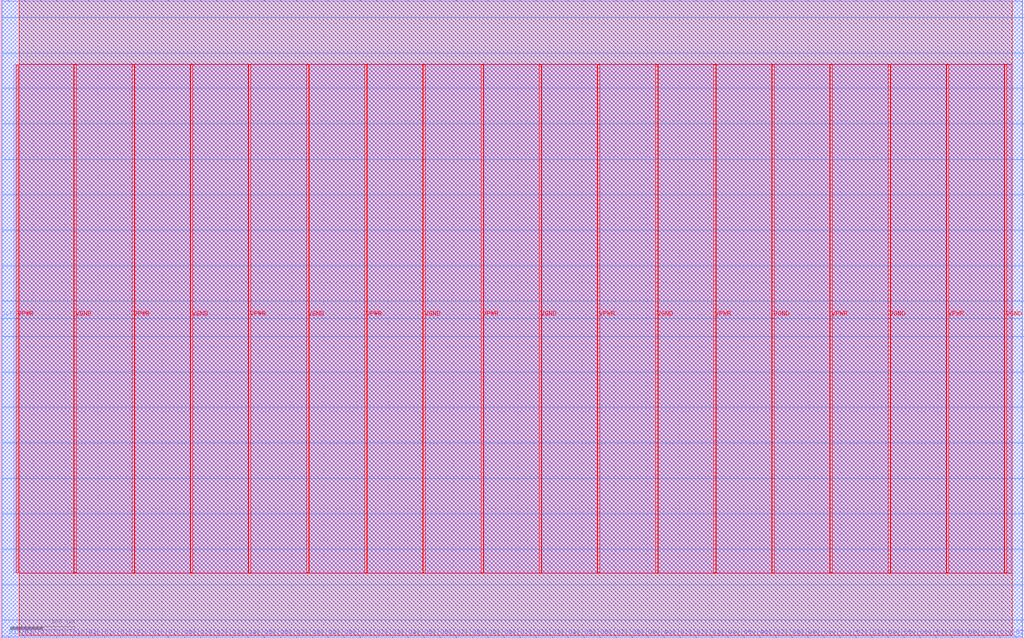
<source format=lef>
VERSION 5.7 ;
  NOWIREEXTENSIONATPIN ON ;
  DIVIDERCHAR "/" ;
  BUSBITCHARS "[]" ;
MACRO RAM512
  CLASS BLOCK ;
  FOREIGN RAM512 ;
  ORIGIN 0.000 0.000 ;
  SIZE 1583.780 BY 987.360 ;
  PIN A0[0]
    DIRECTION INPUT ;
    USE SIGNAL ;
    PORT
      LAYER met3 ;
        RECT 1581.780 520.920 1583.780 521.520 ;
    END
  END A0[0]
  PIN A0[1]
    DIRECTION INPUT ;
    USE SIGNAL ;
    PORT
      LAYER met3 ;
        RECT 1581.780 575.320 1583.780 575.920 ;
    END
  END A0[1]
  PIN A0[2]
    DIRECTION INPUT ;
    USE SIGNAL ;
    PORT
      LAYER met3 ;
        RECT 1581.780 630.400 1583.780 631.000 ;
    END
  END A0[2]
  PIN A0[3]
    DIRECTION INPUT ;
    USE SIGNAL ;
    PORT
      LAYER met3 ;
        RECT 1581.780 685.480 1583.780 686.080 ;
    END
  END A0[3]
  PIN A0[4]
    DIRECTION INPUT ;
    USE SIGNAL ;
    PORT
      LAYER met3 ;
        RECT 1581.780 739.880 1583.780 740.480 ;
    END
  END A0[4]
  PIN A0[5]
    DIRECTION INPUT ;
    USE SIGNAL ;
    PORT
      LAYER met3 ;
        RECT 1581.780 794.960 1583.780 795.560 ;
    END
  END A0[5]
  PIN A0[6]
    DIRECTION INPUT ;
    USE SIGNAL ;
    PORT
      LAYER met3 ;
        RECT 1581.780 850.040 1583.780 850.640 ;
    END
  END A0[6]
  PIN A0[7]
    DIRECTION INPUT ;
    USE SIGNAL ;
    PORT
      LAYER met3 ;
        RECT 1581.780 904.440 1583.780 905.040 ;
    END
  END A0[7]
  PIN A0[8]
    DIRECTION INPUT ;
    USE SIGNAL ;
    PORT
      LAYER met3 ;
        RECT 1581.780 959.520 1583.780 960.120 ;
    END
  END A0[8]
  PIN CLK
    DIRECTION INPUT ;
    USE SIGNAL ;
    PORT
      LAYER met3 ;
        RECT 0.000 493.720 2.000 494.320 ;
    END
  END CLK
  PIN Di0[0]
    DIRECTION INPUT ;
    USE SIGNAL ;
    PORT
      LAYER met2 ;
        RECT 12.050 0.000 12.330 2.000 ;
    END
  END Di0[0]
  PIN Di0[10]
    DIRECTION INPUT ;
    USE SIGNAL ;
    PORT
      LAYER met2 ;
        RECT 259.070 0.000 259.350 2.000 ;
    END
  END Di0[10]
  PIN Di0[11]
    DIRECTION INPUT ;
    USE SIGNAL ;
    PORT
      LAYER met2 ;
        RECT 283.910 0.000 284.190 2.000 ;
    END
  END Di0[11]
  PIN Di0[12]
    DIRECTION INPUT ;
    USE SIGNAL ;
    PORT
      LAYER met2 ;
        RECT 308.750 0.000 309.030 2.000 ;
    END
  END Di0[12]
  PIN Di0[13]
    DIRECTION INPUT ;
    USE SIGNAL ;
    PORT
      LAYER met2 ;
        RECT 333.590 0.000 333.870 2.000 ;
    END
  END Di0[13]
  PIN Di0[14]
    DIRECTION INPUT ;
    USE SIGNAL ;
    PORT
      LAYER met2 ;
        RECT 358.430 0.000 358.710 2.000 ;
    END
  END Di0[14]
  PIN Di0[15]
    DIRECTION INPUT ;
    USE SIGNAL ;
    PORT
      LAYER met2 ;
        RECT 382.810 0.000 383.090 2.000 ;
    END
  END Di0[15]
  PIN Di0[16]
    DIRECTION INPUT ;
    USE SIGNAL ;
    PORT
      LAYER met2 ;
        RECT 407.650 0.000 407.930 2.000 ;
    END
  END Di0[16]
  PIN Di0[17]
    DIRECTION INPUT ;
    USE SIGNAL ;
    PORT
      LAYER met2 ;
        RECT 432.490 0.000 432.770 2.000 ;
    END
  END Di0[17]
  PIN Di0[18]
    DIRECTION INPUT ;
    USE SIGNAL ;
    PORT
      LAYER met2 ;
        RECT 457.330 0.000 457.610 2.000 ;
    END
  END Di0[18]
  PIN Di0[19]
    DIRECTION INPUT ;
    USE SIGNAL ;
    PORT
      LAYER met2 ;
        RECT 482.170 0.000 482.450 2.000 ;
    END
  END Di0[19]
  PIN Di0[1]
    DIRECTION INPUT ;
    USE SIGNAL ;
    PORT
      LAYER met2 ;
        RECT 36.430 0.000 36.710 2.000 ;
    END
  END Di0[1]
  PIN Di0[20]
    DIRECTION INPUT ;
    USE SIGNAL ;
    PORT
      LAYER met2 ;
        RECT 506.550 0.000 506.830 2.000 ;
    END
  END Di0[20]
  PIN Di0[21]
    DIRECTION INPUT ;
    USE SIGNAL ;
    PORT
      LAYER met2 ;
        RECT 531.390 0.000 531.670 2.000 ;
    END
  END Di0[21]
  PIN Di0[22]
    DIRECTION INPUT ;
    USE SIGNAL ;
    PORT
      LAYER met2 ;
        RECT 556.230 0.000 556.510 2.000 ;
    END
  END Di0[22]
  PIN Di0[23]
    DIRECTION INPUT ;
    USE SIGNAL ;
    PORT
      LAYER met2 ;
        RECT 581.070 0.000 581.350 2.000 ;
    END
  END Di0[23]
  PIN Di0[24]
    DIRECTION INPUT ;
    USE SIGNAL ;
    PORT
      LAYER met2 ;
        RECT 605.910 0.000 606.190 2.000 ;
    END
  END Di0[24]
  PIN Di0[25]
    DIRECTION INPUT ;
    USE SIGNAL ;
    PORT
      LAYER met2 ;
        RECT 630.290 0.000 630.570 2.000 ;
    END
  END Di0[25]
  PIN Di0[26]
    DIRECTION INPUT ;
    USE SIGNAL ;
    PORT
      LAYER met2 ;
        RECT 655.130 0.000 655.410 2.000 ;
    END
  END Di0[26]
  PIN Di0[27]
    DIRECTION INPUT ;
    USE SIGNAL ;
    PORT
      LAYER met2 ;
        RECT 679.970 0.000 680.250 2.000 ;
    END
  END Di0[27]
  PIN Di0[28]
    DIRECTION INPUT ;
    USE SIGNAL ;
    PORT
      LAYER met2 ;
        RECT 704.810 0.000 705.090 2.000 ;
    END
  END Di0[28]
  PIN Di0[29]
    DIRECTION INPUT ;
    USE SIGNAL ;
    PORT
      LAYER met2 ;
        RECT 729.650 0.000 729.930 2.000 ;
    END
  END Di0[29]
  PIN Di0[2]
    DIRECTION INPUT ;
    USE SIGNAL ;
    PORT
      LAYER met2 ;
        RECT 61.270 0.000 61.550 2.000 ;
    END
  END Di0[2]
  PIN Di0[30]
    DIRECTION INPUT ;
    USE SIGNAL ;
    PORT
      LAYER met2 ;
        RECT 754.030 0.000 754.310 2.000 ;
    END
  END Di0[30]
  PIN Di0[31]
    DIRECTION INPUT ;
    USE SIGNAL ;
    PORT
      LAYER met2 ;
        RECT 778.870 0.000 779.150 2.000 ;
    END
  END Di0[31]
  PIN Di0[32]
    DIRECTION INPUT ;
    USE SIGNAL ;
    PORT
      LAYER met2 ;
        RECT 803.710 0.000 803.990 2.000 ;
    END
  END Di0[32]
  PIN Di0[33]
    DIRECTION INPUT ;
    USE SIGNAL ;
    PORT
      LAYER met2 ;
        RECT 828.550 0.000 828.830 2.000 ;
    END
  END Di0[33]
  PIN Di0[34]
    DIRECTION INPUT ;
    USE SIGNAL ;
    PORT
      LAYER met2 ;
        RECT 853.390 0.000 853.670 2.000 ;
    END
  END Di0[34]
  PIN Di0[35]
    DIRECTION INPUT ;
    USE SIGNAL ;
    PORT
      LAYER met2 ;
        RECT 877.770 0.000 878.050 2.000 ;
    END
  END Di0[35]
  PIN Di0[36]
    DIRECTION INPUT ;
    USE SIGNAL ;
    PORT
      LAYER met2 ;
        RECT 902.610 0.000 902.890 2.000 ;
    END
  END Di0[36]
  PIN Di0[37]
    DIRECTION INPUT ;
    USE SIGNAL ;
    PORT
      LAYER met2 ;
        RECT 927.450 0.000 927.730 2.000 ;
    END
  END Di0[37]
  PIN Di0[38]
    DIRECTION INPUT ;
    USE SIGNAL ;
    PORT
      LAYER met2 ;
        RECT 952.290 0.000 952.570 2.000 ;
    END
  END Di0[38]
  PIN Di0[39]
    DIRECTION INPUT ;
    USE SIGNAL ;
    PORT
      LAYER met2 ;
        RECT 977.130 0.000 977.410 2.000 ;
    END
  END Di0[39]
  PIN Di0[3]
    DIRECTION INPUT ;
    USE SIGNAL ;
    PORT
      LAYER met2 ;
        RECT 86.110 0.000 86.390 2.000 ;
    END
  END Di0[3]
  PIN Di0[40]
    DIRECTION INPUT ;
    USE SIGNAL ;
    PORT
      LAYER met2 ;
        RECT 1001.510 0.000 1001.790 2.000 ;
    END
  END Di0[40]
  PIN Di0[41]
    DIRECTION INPUT ;
    USE SIGNAL ;
    PORT
      LAYER met2 ;
        RECT 1026.350 0.000 1026.630 2.000 ;
    END
  END Di0[41]
  PIN Di0[42]
    DIRECTION INPUT ;
    USE SIGNAL ;
    PORT
      LAYER met2 ;
        RECT 1051.190 0.000 1051.470 2.000 ;
    END
  END Di0[42]
  PIN Di0[43]
    DIRECTION INPUT ;
    USE SIGNAL ;
    PORT
      LAYER met2 ;
        RECT 1076.030 0.000 1076.310 2.000 ;
    END
  END Di0[43]
  PIN Di0[44]
    DIRECTION INPUT ;
    USE SIGNAL ;
    PORT
      LAYER met2 ;
        RECT 1100.870 0.000 1101.150 2.000 ;
    END
  END Di0[44]
  PIN Di0[45]
    DIRECTION INPUT ;
    USE SIGNAL ;
    PORT
      LAYER met2 ;
        RECT 1125.250 0.000 1125.530 2.000 ;
    END
  END Di0[45]
  PIN Di0[46]
    DIRECTION INPUT ;
    USE SIGNAL ;
    PORT
      LAYER met2 ;
        RECT 1150.090 0.000 1150.370 2.000 ;
    END
  END Di0[46]
  PIN Di0[47]
    DIRECTION INPUT ;
    USE SIGNAL ;
    PORT
      LAYER met2 ;
        RECT 1174.930 0.000 1175.210 2.000 ;
    END
  END Di0[47]
  PIN Di0[48]
    DIRECTION INPUT ;
    USE SIGNAL ;
    PORT
      LAYER met2 ;
        RECT 1199.770 0.000 1200.050 2.000 ;
    END
  END Di0[48]
  PIN Di0[49]
    DIRECTION INPUT ;
    USE SIGNAL ;
    PORT
      LAYER met2 ;
        RECT 1224.610 0.000 1224.890 2.000 ;
    END
  END Di0[49]
  PIN Di0[4]
    DIRECTION INPUT ;
    USE SIGNAL ;
    PORT
      LAYER met2 ;
        RECT 110.950 0.000 111.230 2.000 ;
    END
  END Di0[4]
  PIN Di0[50]
    DIRECTION INPUT ;
    USE SIGNAL ;
    PORT
      LAYER met2 ;
        RECT 1248.990 0.000 1249.270 2.000 ;
    END
  END Di0[50]
  PIN Di0[51]
    DIRECTION INPUT ;
    USE SIGNAL ;
    PORT
      LAYER met2 ;
        RECT 1273.830 0.000 1274.110 2.000 ;
    END
  END Di0[51]
  PIN Di0[52]
    DIRECTION INPUT ;
    USE SIGNAL ;
    PORT
      LAYER met2 ;
        RECT 1298.670 0.000 1298.950 2.000 ;
    END
  END Di0[52]
  PIN Di0[53]
    DIRECTION INPUT ;
    USE SIGNAL ;
    PORT
      LAYER met2 ;
        RECT 1323.510 0.000 1323.790 2.000 ;
    END
  END Di0[53]
  PIN Di0[54]
    DIRECTION INPUT ;
    USE SIGNAL ;
    PORT
      LAYER met2 ;
        RECT 1348.350 0.000 1348.630 2.000 ;
    END
  END Di0[54]
  PIN Di0[55]
    DIRECTION INPUT ;
    USE SIGNAL ;
    PORT
      LAYER met2 ;
        RECT 1372.730 0.000 1373.010 2.000 ;
    END
  END Di0[55]
  PIN Di0[56]
    DIRECTION INPUT ;
    USE SIGNAL ;
    PORT
      LAYER met2 ;
        RECT 1397.570 0.000 1397.850 2.000 ;
    END
  END Di0[56]
  PIN Di0[57]
    DIRECTION INPUT ;
    USE SIGNAL ;
    PORT
      LAYER met2 ;
        RECT 1422.410 0.000 1422.690 2.000 ;
    END
  END Di0[57]
  PIN Di0[58]
    DIRECTION INPUT ;
    USE SIGNAL ;
    PORT
      LAYER met2 ;
        RECT 1447.250 0.000 1447.530 2.000 ;
    END
  END Di0[58]
  PIN Di0[59]
    DIRECTION INPUT ;
    USE SIGNAL ;
    PORT
      LAYER met2 ;
        RECT 1472.090 0.000 1472.370 2.000 ;
    END
  END Di0[59]
  PIN Di0[5]
    DIRECTION INPUT ;
    USE SIGNAL ;
    PORT
      LAYER met2 ;
        RECT 135.330 0.000 135.610 2.000 ;
    END
  END Di0[5]
  PIN Di0[60]
    DIRECTION INPUT ;
    USE SIGNAL ;
    PORT
      LAYER met2 ;
        RECT 1496.470 0.000 1496.750 2.000 ;
    END
  END Di0[60]
  PIN Di0[61]
    DIRECTION INPUT ;
    USE SIGNAL ;
    PORT
      LAYER met2 ;
        RECT 1521.310 0.000 1521.590 2.000 ;
    END
  END Di0[61]
  PIN Di0[62]
    DIRECTION INPUT ;
    USE SIGNAL ;
    PORT
      LAYER met2 ;
        RECT 1546.150 0.000 1546.430 2.000 ;
    END
  END Di0[62]
  PIN Di0[63]
    DIRECTION INPUT ;
    USE SIGNAL ;
    PORT
      LAYER met2 ;
        RECT 1570.990 0.000 1571.270 2.000 ;
    END
  END Di0[63]
  PIN Di0[6]
    DIRECTION INPUT ;
    USE SIGNAL ;
    PORT
      LAYER met2 ;
        RECT 160.170 0.000 160.450 2.000 ;
    END
  END Di0[6]
  PIN Di0[7]
    DIRECTION INPUT ;
    USE SIGNAL ;
    PORT
      LAYER met2 ;
        RECT 185.010 0.000 185.290 2.000 ;
    END
  END Di0[7]
  PIN Di0[8]
    DIRECTION INPUT ;
    USE SIGNAL ;
    PORT
      LAYER met2 ;
        RECT 209.850 0.000 210.130 2.000 ;
    END
  END Di0[8]
  PIN Di0[9]
    DIRECTION INPUT ;
    USE SIGNAL ;
    PORT
      LAYER met2 ;
        RECT 234.690 0.000 234.970 2.000 ;
    END
  END Di0[9]
  PIN Do0[0]
    DIRECTION OUTPUT TRISTATE ;
    USE SIGNAL ;
    PORT
      LAYER met2 ;
        RECT 12.050 985.360 12.330 987.360 ;
    END
  END Do0[0]
  PIN Do0[10]
    DIRECTION OUTPUT TRISTATE ;
    USE SIGNAL ;
    PORT
      LAYER met2 ;
        RECT 259.070 985.360 259.350 987.360 ;
    END
  END Do0[10]
  PIN Do0[11]
    DIRECTION OUTPUT TRISTATE ;
    USE SIGNAL ;
    PORT
      LAYER met2 ;
        RECT 283.910 985.360 284.190 987.360 ;
    END
  END Do0[11]
  PIN Do0[12]
    DIRECTION OUTPUT TRISTATE ;
    USE SIGNAL ;
    PORT
      LAYER met2 ;
        RECT 308.750 985.360 309.030 987.360 ;
    END
  END Do0[12]
  PIN Do0[13]
    DIRECTION OUTPUT TRISTATE ;
    USE SIGNAL ;
    PORT
      LAYER met2 ;
        RECT 333.590 985.360 333.870 987.360 ;
    END
  END Do0[13]
  PIN Do0[14]
    DIRECTION OUTPUT TRISTATE ;
    USE SIGNAL ;
    PORT
      LAYER met2 ;
        RECT 358.430 985.360 358.710 987.360 ;
    END
  END Do0[14]
  PIN Do0[15]
    DIRECTION OUTPUT TRISTATE ;
    USE SIGNAL ;
    PORT
      LAYER met2 ;
        RECT 382.810 985.360 383.090 987.360 ;
    END
  END Do0[15]
  PIN Do0[16]
    DIRECTION OUTPUT TRISTATE ;
    USE SIGNAL ;
    PORT
      LAYER met2 ;
        RECT 407.650 985.360 407.930 987.360 ;
    END
  END Do0[16]
  PIN Do0[17]
    DIRECTION OUTPUT TRISTATE ;
    USE SIGNAL ;
    PORT
      LAYER met2 ;
        RECT 432.490 985.360 432.770 987.360 ;
    END
  END Do0[17]
  PIN Do0[18]
    DIRECTION OUTPUT TRISTATE ;
    USE SIGNAL ;
    PORT
      LAYER met2 ;
        RECT 457.330 985.360 457.610 987.360 ;
    END
  END Do0[18]
  PIN Do0[19]
    DIRECTION OUTPUT TRISTATE ;
    USE SIGNAL ;
    PORT
      LAYER met2 ;
        RECT 482.170 985.360 482.450 987.360 ;
    END
  END Do0[19]
  PIN Do0[1]
    DIRECTION OUTPUT TRISTATE ;
    USE SIGNAL ;
    PORT
      LAYER met2 ;
        RECT 36.430 985.360 36.710 987.360 ;
    END
  END Do0[1]
  PIN Do0[20]
    DIRECTION OUTPUT TRISTATE ;
    USE SIGNAL ;
    PORT
      LAYER met2 ;
        RECT 506.550 985.360 506.830 987.360 ;
    END
  END Do0[20]
  PIN Do0[21]
    DIRECTION OUTPUT TRISTATE ;
    USE SIGNAL ;
    PORT
      LAYER met2 ;
        RECT 531.390 985.360 531.670 987.360 ;
    END
  END Do0[21]
  PIN Do0[22]
    DIRECTION OUTPUT TRISTATE ;
    USE SIGNAL ;
    PORT
      LAYER met2 ;
        RECT 556.230 985.360 556.510 987.360 ;
    END
  END Do0[22]
  PIN Do0[23]
    DIRECTION OUTPUT TRISTATE ;
    USE SIGNAL ;
    PORT
      LAYER met2 ;
        RECT 581.070 985.360 581.350 987.360 ;
    END
  END Do0[23]
  PIN Do0[24]
    DIRECTION OUTPUT TRISTATE ;
    USE SIGNAL ;
    PORT
      LAYER met2 ;
        RECT 605.910 985.360 606.190 987.360 ;
    END
  END Do0[24]
  PIN Do0[25]
    DIRECTION OUTPUT TRISTATE ;
    USE SIGNAL ;
    PORT
      LAYER met2 ;
        RECT 630.290 985.360 630.570 987.360 ;
    END
  END Do0[25]
  PIN Do0[26]
    DIRECTION OUTPUT TRISTATE ;
    USE SIGNAL ;
    PORT
      LAYER met2 ;
        RECT 655.130 985.360 655.410 987.360 ;
    END
  END Do0[26]
  PIN Do0[27]
    DIRECTION OUTPUT TRISTATE ;
    USE SIGNAL ;
    PORT
      LAYER met2 ;
        RECT 679.970 985.360 680.250 987.360 ;
    END
  END Do0[27]
  PIN Do0[28]
    DIRECTION OUTPUT TRISTATE ;
    USE SIGNAL ;
    PORT
      LAYER met2 ;
        RECT 704.810 985.360 705.090 987.360 ;
    END
  END Do0[28]
  PIN Do0[29]
    DIRECTION OUTPUT TRISTATE ;
    USE SIGNAL ;
    PORT
      LAYER met2 ;
        RECT 729.650 985.360 729.930 987.360 ;
    END
  END Do0[29]
  PIN Do0[2]
    DIRECTION OUTPUT TRISTATE ;
    USE SIGNAL ;
    PORT
      LAYER met2 ;
        RECT 61.270 985.360 61.550 987.360 ;
    END
  END Do0[2]
  PIN Do0[30]
    DIRECTION OUTPUT TRISTATE ;
    USE SIGNAL ;
    PORT
      LAYER met2 ;
        RECT 754.030 985.360 754.310 987.360 ;
    END
  END Do0[30]
  PIN Do0[31]
    DIRECTION OUTPUT TRISTATE ;
    USE SIGNAL ;
    PORT
      LAYER met2 ;
        RECT 778.870 985.360 779.150 987.360 ;
    END
  END Do0[31]
  PIN Do0[32]
    DIRECTION OUTPUT TRISTATE ;
    USE SIGNAL ;
    PORT
      LAYER met2 ;
        RECT 803.710 985.360 803.990 987.360 ;
    END
  END Do0[32]
  PIN Do0[33]
    DIRECTION OUTPUT TRISTATE ;
    USE SIGNAL ;
    PORT
      LAYER met2 ;
        RECT 828.550 985.360 828.830 987.360 ;
    END
  END Do0[33]
  PIN Do0[34]
    DIRECTION OUTPUT TRISTATE ;
    USE SIGNAL ;
    PORT
      LAYER met2 ;
        RECT 853.390 985.360 853.670 987.360 ;
    END
  END Do0[34]
  PIN Do0[35]
    DIRECTION OUTPUT TRISTATE ;
    USE SIGNAL ;
    PORT
      LAYER met2 ;
        RECT 877.770 985.360 878.050 987.360 ;
    END
  END Do0[35]
  PIN Do0[36]
    DIRECTION OUTPUT TRISTATE ;
    USE SIGNAL ;
    PORT
      LAYER met2 ;
        RECT 902.610 985.360 902.890 987.360 ;
    END
  END Do0[36]
  PIN Do0[37]
    DIRECTION OUTPUT TRISTATE ;
    USE SIGNAL ;
    PORT
      LAYER met2 ;
        RECT 927.450 985.360 927.730 987.360 ;
    END
  END Do0[37]
  PIN Do0[38]
    DIRECTION OUTPUT TRISTATE ;
    USE SIGNAL ;
    PORT
      LAYER met2 ;
        RECT 952.290 985.360 952.570 987.360 ;
    END
  END Do0[38]
  PIN Do0[39]
    DIRECTION OUTPUT TRISTATE ;
    USE SIGNAL ;
    PORT
      LAYER met2 ;
        RECT 977.130 985.360 977.410 987.360 ;
    END
  END Do0[39]
  PIN Do0[3]
    DIRECTION OUTPUT TRISTATE ;
    USE SIGNAL ;
    PORT
      LAYER met2 ;
        RECT 86.110 985.360 86.390 987.360 ;
    END
  END Do0[3]
  PIN Do0[40]
    DIRECTION OUTPUT TRISTATE ;
    USE SIGNAL ;
    PORT
      LAYER met2 ;
        RECT 1001.510 985.360 1001.790 987.360 ;
    END
  END Do0[40]
  PIN Do0[41]
    DIRECTION OUTPUT TRISTATE ;
    USE SIGNAL ;
    PORT
      LAYER met2 ;
        RECT 1026.350 985.360 1026.630 987.360 ;
    END
  END Do0[41]
  PIN Do0[42]
    DIRECTION OUTPUT TRISTATE ;
    USE SIGNAL ;
    PORT
      LAYER met2 ;
        RECT 1051.190 985.360 1051.470 987.360 ;
    END
  END Do0[42]
  PIN Do0[43]
    DIRECTION OUTPUT TRISTATE ;
    USE SIGNAL ;
    PORT
      LAYER met2 ;
        RECT 1076.030 985.360 1076.310 987.360 ;
    END
  END Do0[43]
  PIN Do0[44]
    DIRECTION OUTPUT TRISTATE ;
    USE SIGNAL ;
    PORT
      LAYER met2 ;
        RECT 1100.870 985.360 1101.150 987.360 ;
    END
  END Do0[44]
  PIN Do0[45]
    DIRECTION OUTPUT TRISTATE ;
    USE SIGNAL ;
    PORT
      LAYER met2 ;
        RECT 1125.250 985.360 1125.530 987.360 ;
    END
  END Do0[45]
  PIN Do0[46]
    DIRECTION OUTPUT TRISTATE ;
    USE SIGNAL ;
    PORT
      LAYER met2 ;
        RECT 1150.090 985.360 1150.370 987.360 ;
    END
  END Do0[46]
  PIN Do0[47]
    DIRECTION OUTPUT TRISTATE ;
    USE SIGNAL ;
    PORT
      LAYER met2 ;
        RECT 1174.930 985.360 1175.210 987.360 ;
    END
  END Do0[47]
  PIN Do0[48]
    DIRECTION OUTPUT TRISTATE ;
    USE SIGNAL ;
    PORT
      LAYER met2 ;
        RECT 1199.770 985.360 1200.050 987.360 ;
    END
  END Do0[48]
  PIN Do0[49]
    DIRECTION OUTPUT TRISTATE ;
    USE SIGNAL ;
    PORT
      LAYER met2 ;
        RECT 1224.610 985.360 1224.890 987.360 ;
    END
  END Do0[49]
  PIN Do0[4]
    DIRECTION OUTPUT TRISTATE ;
    USE SIGNAL ;
    PORT
      LAYER met2 ;
        RECT 110.950 985.360 111.230 987.360 ;
    END
  END Do0[4]
  PIN Do0[50]
    DIRECTION OUTPUT TRISTATE ;
    USE SIGNAL ;
    PORT
      LAYER met2 ;
        RECT 1248.990 985.360 1249.270 987.360 ;
    END
  END Do0[50]
  PIN Do0[51]
    DIRECTION OUTPUT TRISTATE ;
    USE SIGNAL ;
    PORT
      LAYER met2 ;
        RECT 1273.830 985.360 1274.110 987.360 ;
    END
  END Do0[51]
  PIN Do0[52]
    DIRECTION OUTPUT TRISTATE ;
    USE SIGNAL ;
    PORT
      LAYER met2 ;
        RECT 1298.670 985.360 1298.950 987.360 ;
    END
  END Do0[52]
  PIN Do0[53]
    DIRECTION OUTPUT TRISTATE ;
    USE SIGNAL ;
    PORT
      LAYER met2 ;
        RECT 1323.510 985.360 1323.790 987.360 ;
    END
  END Do0[53]
  PIN Do0[54]
    DIRECTION OUTPUT TRISTATE ;
    USE SIGNAL ;
    PORT
      LAYER met2 ;
        RECT 1348.350 985.360 1348.630 987.360 ;
    END
  END Do0[54]
  PIN Do0[55]
    DIRECTION OUTPUT TRISTATE ;
    USE SIGNAL ;
    PORT
      LAYER met2 ;
        RECT 1372.730 985.360 1373.010 987.360 ;
    END
  END Do0[55]
  PIN Do0[56]
    DIRECTION OUTPUT TRISTATE ;
    USE SIGNAL ;
    PORT
      LAYER met2 ;
        RECT 1397.570 985.360 1397.850 987.360 ;
    END
  END Do0[56]
  PIN Do0[57]
    DIRECTION OUTPUT TRISTATE ;
    USE SIGNAL ;
    PORT
      LAYER met2 ;
        RECT 1422.410 985.360 1422.690 987.360 ;
    END
  END Do0[57]
  PIN Do0[58]
    DIRECTION OUTPUT TRISTATE ;
    USE SIGNAL ;
    PORT
      LAYER met2 ;
        RECT 1447.250 985.360 1447.530 987.360 ;
    END
  END Do0[58]
  PIN Do0[59]
    DIRECTION OUTPUT TRISTATE ;
    USE SIGNAL ;
    PORT
      LAYER met2 ;
        RECT 1472.090 985.360 1472.370 987.360 ;
    END
  END Do0[59]
  PIN Do0[5]
    DIRECTION OUTPUT TRISTATE ;
    USE SIGNAL ;
    PORT
      LAYER met2 ;
        RECT 135.330 985.360 135.610 987.360 ;
    END
  END Do0[5]
  PIN Do0[60]
    DIRECTION OUTPUT TRISTATE ;
    USE SIGNAL ;
    PORT
      LAYER met2 ;
        RECT 1496.470 985.360 1496.750 987.360 ;
    END
  END Do0[60]
  PIN Do0[61]
    DIRECTION OUTPUT TRISTATE ;
    USE SIGNAL ;
    PORT
      LAYER met2 ;
        RECT 1521.310 985.360 1521.590 987.360 ;
    END
  END Do0[61]
  PIN Do0[62]
    DIRECTION OUTPUT TRISTATE ;
    USE SIGNAL ;
    PORT
      LAYER met2 ;
        RECT 1546.150 985.360 1546.430 987.360 ;
    END
  END Do0[62]
  PIN Do0[63]
    DIRECTION OUTPUT TRISTATE ;
    USE SIGNAL ;
    PORT
      LAYER met2 ;
        RECT 1570.990 985.360 1571.270 987.360 ;
    END
  END Do0[63]
  PIN Do0[6]
    DIRECTION OUTPUT TRISTATE ;
    USE SIGNAL ;
    PORT
      LAYER met2 ;
        RECT 160.170 985.360 160.450 987.360 ;
    END
  END Do0[6]
  PIN Do0[7]
    DIRECTION OUTPUT TRISTATE ;
    USE SIGNAL ;
    PORT
      LAYER met2 ;
        RECT 185.010 985.360 185.290 987.360 ;
    END
  END Do0[7]
  PIN Do0[8]
    DIRECTION OUTPUT TRISTATE ;
    USE SIGNAL ;
    PORT
      LAYER met2 ;
        RECT 209.850 985.360 210.130 987.360 ;
    END
  END Do0[8]
  PIN Do0[9]
    DIRECTION OUTPUT TRISTATE ;
    USE SIGNAL ;
    PORT
      LAYER met2 ;
        RECT 234.690 985.360 234.970 987.360 ;
    END
  END Do0[9]
  PIN EN0
    DIRECTION INPUT ;
    USE SIGNAL ;
    PORT
      LAYER met3 ;
        RECT 1581.780 27.240 1583.780 27.840 ;
    END
  END EN0
  PIN VGND
    DIRECTION INPUT ;
    USE GROUND ;
    PORT
      LAYER met4 ;
        RECT 113.690 100.400 116.790 886.960 ;
    END
    PORT
      LAYER met4 ;
        RECT 293.690 100.400 296.790 886.960 ;
    END
    PORT
      LAYER met4 ;
        RECT 473.690 100.400 476.790 886.960 ;
    END
    PORT
      LAYER met4 ;
        RECT 653.690 100.400 656.790 886.960 ;
    END
    PORT
      LAYER met4 ;
        RECT 833.690 100.400 836.790 886.960 ;
    END
    PORT
      LAYER met4 ;
        RECT 1013.690 100.400 1016.790 886.960 ;
    END
    PORT
      LAYER met4 ;
        RECT 1193.690 100.400 1196.790 886.960 ;
    END
    PORT
      LAYER met4 ;
        RECT 1373.690 100.400 1376.790 886.960 ;
    END
    PORT
      LAYER met4 ;
        RECT 1553.690 100.400 1556.790 886.960 ;
    END
  END VGND
  PIN VPWR
    DIRECTION INPUT ;
    USE POWER ;
    PORT
      LAYER met4 ;
        RECT 23.690 100.400 26.790 886.960 ;
    END
    PORT
      LAYER met4 ;
        RECT 203.690 100.400 206.790 886.960 ;
    END
    PORT
      LAYER met4 ;
        RECT 383.690 100.400 386.790 886.960 ;
    END
    PORT
      LAYER met4 ;
        RECT 563.690 100.400 566.790 886.960 ;
    END
    PORT
      LAYER met4 ;
        RECT 743.690 100.400 746.790 886.960 ;
    END
    PORT
      LAYER met4 ;
        RECT 923.690 100.400 926.790 886.960 ;
    END
    PORT
      LAYER met4 ;
        RECT 1103.690 100.400 1106.790 886.960 ;
    END
    PORT
      LAYER met4 ;
        RECT 1283.690 100.400 1286.790 886.960 ;
    END
    PORT
      LAYER met4 ;
        RECT 1463.690 100.400 1466.790 886.960 ;
    END
  END VPWR
  PIN WE0[0]
    DIRECTION INPUT ;
    USE SIGNAL ;
    PORT
      LAYER met3 ;
        RECT 1581.780 81.640 1583.780 82.240 ;
    END
  END WE0[0]
  PIN WE0[1]
    DIRECTION INPUT ;
    USE SIGNAL ;
    PORT
      LAYER met3 ;
        RECT 1581.780 136.720 1583.780 137.320 ;
    END
  END WE0[1]
  PIN WE0[2]
    DIRECTION INPUT ;
    USE SIGNAL ;
    PORT
      LAYER met3 ;
        RECT 1581.780 191.800 1583.780 192.400 ;
    END
  END WE0[2]
  PIN WE0[3]
    DIRECTION INPUT ;
    USE SIGNAL ;
    PORT
      LAYER met3 ;
        RECT 1581.780 246.200 1583.780 246.800 ;
    END
  END WE0[3]
  PIN WE0[4]
    DIRECTION INPUT ;
    USE SIGNAL ;
    PORT
      LAYER met3 ;
        RECT 1581.780 301.280 1583.780 301.880 ;
    END
  END WE0[4]
  PIN WE0[5]
    DIRECTION INPUT ;
    USE SIGNAL ;
    PORT
      LAYER met3 ;
        RECT 1581.780 356.360 1583.780 356.960 ;
    END
  END WE0[5]
  PIN WE0[6]
    DIRECTION INPUT ;
    USE SIGNAL ;
    PORT
      LAYER met3 ;
        RECT 1581.780 410.760 1583.780 411.360 ;
    END
  END WE0[6]
  PIN WE0[7]
    DIRECTION INPUT ;
    USE SIGNAL ;
    PORT
      LAYER met3 ;
        RECT 1581.780 465.840 1583.780 466.440 ;
    END
  END WE0[7]
  OBS
      LAYER li1 ;
        RECT 20.240 100.555 1563.540 886.805 ;
      LAYER met1 ;
        RECT 1.910 0.380 1580.950 987.320 ;
      LAYER met2 ;
        RECT 1.940 985.080 11.770 987.350 ;
        RECT 12.610 985.080 36.150 987.350 ;
        RECT 36.990 985.080 60.990 987.350 ;
        RECT 61.830 985.080 85.830 987.350 ;
        RECT 86.670 985.080 110.670 987.350 ;
        RECT 111.510 985.080 135.050 987.350 ;
        RECT 135.890 985.080 159.890 987.350 ;
        RECT 160.730 985.080 184.730 987.350 ;
        RECT 185.570 985.080 209.570 987.350 ;
        RECT 210.410 985.080 234.410 987.350 ;
        RECT 235.250 985.080 258.790 987.350 ;
        RECT 259.630 985.080 283.630 987.350 ;
        RECT 284.470 985.080 308.470 987.350 ;
        RECT 309.310 985.080 333.310 987.350 ;
        RECT 334.150 985.080 358.150 987.350 ;
        RECT 358.990 985.080 382.530 987.350 ;
        RECT 383.370 985.080 407.370 987.350 ;
        RECT 408.210 985.080 432.210 987.350 ;
        RECT 433.050 985.080 457.050 987.350 ;
        RECT 457.890 985.080 481.890 987.350 ;
        RECT 482.730 985.080 506.270 987.350 ;
        RECT 507.110 985.080 531.110 987.350 ;
        RECT 531.950 985.080 555.950 987.350 ;
        RECT 556.790 985.080 580.790 987.350 ;
        RECT 581.630 985.080 605.630 987.350 ;
        RECT 606.470 985.080 630.010 987.350 ;
        RECT 630.850 985.080 654.850 987.350 ;
        RECT 655.690 985.080 679.690 987.350 ;
        RECT 680.530 985.080 704.530 987.350 ;
        RECT 705.370 985.080 729.370 987.350 ;
        RECT 730.210 985.080 753.750 987.350 ;
        RECT 754.590 985.080 778.590 987.350 ;
        RECT 779.430 985.080 803.430 987.350 ;
        RECT 804.270 985.080 828.270 987.350 ;
        RECT 829.110 985.080 853.110 987.350 ;
        RECT 853.950 985.080 877.490 987.350 ;
        RECT 878.330 985.080 902.330 987.350 ;
        RECT 903.170 985.080 927.170 987.350 ;
        RECT 928.010 985.080 952.010 987.350 ;
        RECT 952.850 985.080 976.850 987.350 ;
        RECT 977.690 985.080 1001.230 987.350 ;
        RECT 1002.070 985.080 1026.070 987.350 ;
        RECT 1026.910 985.080 1050.910 987.350 ;
        RECT 1051.750 985.080 1075.750 987.350 ;
        RECT 1076.590 985.080 1100.590 987.350 ;
        RECT 1101.430 985.080 1124.970 987.350 ;
        RECT 1125.810 985.080 1149.810 987.350 ;
        RECT 1150.650 985.080 1174.650 987.350 ;
        RECT 1175.490 985.080 1199.490 987.350 ;
        RECT 1200.330 985.080 1224.330 987.350 ;
        RECT 1225.170 985.080 1248.710 987.350 ;
        RECT 1249.550 985.080 1273.550 987.350 ;
        RECT 1274.390 985.080 1298.390 987.350 ;
        RECT 1299.230 985.080 1323.230 987.350 ;
        RECT 1324.070 985.080 1348.070 987.350 ;
        RECT 1348.910 985.080 1372.450 987.350 ;
        RECT 1373.290 985.080 1397.290 987.350 ;
        RECT 1398.130 985.080 1422.130 987.350 ;
        RECT 1422.970 985.080 1446.970 987.350 ;
        RECT 1447.810 985.080 1471.810 987.350 ;
        RECT 1472.650 985.080 1496.190 987.350 ;
        RECT 1497.030 985.080 1521.030 987.350 ;
        RECT 1521.870 985.080 1545.870 987.350 ;
        RECT 1546.710 985.080 1570.710 987.350 ;
        RECT 1571.550 985.080 1580.920 987.350 ;
        RECT 1.940 2.280 1580.920 985.080 ;
        RECT 1.940 0.155 11.770 2.280 ;
        RECT 12.610 0.155 36.150 2.280 ;
        RECT 36.990 0.155 60.990 2.280 ;
        RECT 61.830 0.155 85.830 2.280 ;
        RECT 86.670 0.155 110.670 2.280 ;
        RECT 111.510 0.155 135.050 2.280 ;
        RECT 135.890 0.155 159.890 2.280 ;
        RECT 160.730 0.155 184.730 2.280 ;
        RECT 185.570 0.155 209.570 2.280 ;
        RECT 210.410 0.155 234.410 2.280 ;
        RECT 235.250 0.155 258.790 2.280 ;
        RECT 259.630 0.155 283.630 2.280 ;
        RECT 284.470 0.155 308.470 2.280 ;
        RECT 309.310 0.155 333.310 2.280 ;
        RECT 334.150 0.155 358.150 2.280 ;
        RECT 358.990 0.155 382.530 2.280 ;
        RECT 383.370 0.155 407.370 2.280 ;
        RECT 408.210 0.155 432.210 2.280 ;
        RECT 433.050 0.155 457.050 2.280 ;
        RECT 457.890 0.155 481.890 2.280 ;
        RECT 482.730 0.155 506.270 2.280 ;
        RECT 507.110 0.155 531.110 2.280 ;
        RECT 531.950 0.155 555.950 2.280 ;
        RECT 556.790 0.155 580.790 2.280 ;
        RECT 581.630 0.155 605.630 2.280 ;
        RECT 606.470 0.155 630.010 2.280 ;
        RECT 630.850 0.155 654.850 2.280 ;
        RECT 655.690 0.155 679.690 2.280 ;
        RECT 680.530 0.155 704.530 2.280 ;
        RECT 705.370 0.155 729.370 2.280 ;
        RECT 730.210 0.155 753.750 2.280 ;
        RECT 754.590 0.155 778.590 2.280 ;
        RECT 779.430 0.155 803.430 2.280 ;
        RECT 804.270 0.155 828.270 2.280 ;
        RECT 829.110 0.155 853.110 2.280 ;
        RECT 853.950 0.155 877.490 2.280 ;
        RECT 878.330 0.155 902.330 2.280 ;
        RECT 903.170 0.155 927.170 2.280 ;
        RECT 928.010 0.155 952.010 2.280 ;
        RECT 952.850 0.155 976.850 2.280 ;
        RECT 977.690 0.155 1001.230 2.280 ;
        RECT 1002.070 0.155 1026.070 2.280 ;
        RECT 1026.910 0.155 1050.910 2.280 ;
        RECT 1051.750 0.155 1075.750 2.280 ;
        RECT 1076.590 0.155 1100.590 2.280 ;
        RECT 1101.430 0.155 1124.970 2.280 ;
        RECT 1125.810 0.155 1149.810 2.280 ;
        RECT 1150.650 0.155 1174.650 2.280 ;
        RECT 1175.490 0.155 1199.490 2.280 ;
        RECT 1200.330 0.155 1224.330 2.280 ;
        RECT 1225.170 0.155 1248.710 2.280 ;
        RECT 1249.550 0.155 1273.550 2.280 ;
        RECT 1274.390 0.155 1298.390 2.280 ;
        RECT 1299.230 0.155 1323.230 2.280 ;
        RECT 1324.070 0.155 1348.070 2.280 ;
        RECT 1348.910 0.155 1372.450 2.280 ;
        RECT 1373.290 0.155 1397.290 2.280 ;
        RECT 1398.130 0.155 1422.130 2.280 ;
        RECT 1422.970 0.155 1446.970 2.280 ;
        RECT 1447.810 0.155 1471.810 2.280 ;
        RECT 1472.650 0.155 1496.190 2.280 ;
        RECT 1497.030 0.155 1521.030 2.280 ;
        RECT 1521.870 0.155 1545.870 2.280 ;
        RECT 1546.710 0.155 1570.710 2.280 ;
        RECT 1571.550 0.155 1580.920 2.280 ;
      LAYER met3 ;
        RECT 2.000 960.520 1581.780 987.185 ;
        RECT 2.000 959.120 1581.380 960.520 ;
        RECT 2.000 905.440 1581.780 959.120 ;
        RECT 2.000 904.040 1581.380 905.440 ;
        RECT 2.000 851.040 1581.780 904.040 ;
        RECT 2.000 849.640 1581.380 851.040 ;
        RECT 2.000 795.960 1581.780 849.640 ;
        RECT 2.000 794.560 1581.380 795.960 ;
        RECT 2.000 740.880 1581.780 794.560 ;
        RECT 2.000 739.480 1581.380 740.880 ;
        RECT 2.000 686.480 1581.780 739.480 ;
        RECT 2.000 685.080 1581.380 686.480 ;
        RECT 2.000 631.400 1581.780 685.080 ;
        RECT 2.000 630.000 1581.380 631.400 ;
        RECT 2.000 576.320 1581.780 630.000 ;
        RECT 2.000 574.920 1581.380 576.320 ;
        RECT 2.000 521.920 1581.780 574.920 ;
        RECT 2.000 520.520 1581.380 521.920 ;
        RECT 2.000 494.720 1581.780 520.520 ;
        RECT 2.400 493.320 1581.780 494.720 ;
        RECT 2.000 466.840 1581.780 493.320 ;
        RECT 2.000 465.440 1581.380 466.840 ;
        RECT 2.000 411.760 1581.780 465.440 ;
        RECT 2.000 410.360 1581.380 411.760 ;
        RECT 2.000 357.360 1581.780 410.360 ;
        RECT 2.000 355.960 1581.380 357.360 ;
        RECT 2.000 302.280 1581.780 355.960 ;
        RECT 2.000 300.880 1581.380 302.280 ;
        RECT 2.000 247.200 1581.780 300.880 ;
        RECT 2.000 245.800 1581.380 247.200 ;
        RECT 2.000 192.800 1581.780 245.800 ;
        RECT 2.000 191.400 1581.380 192.800 ;
        RECT 2.000 137.720 1581.780 191.400 ;
        RECT 2.000 136.320 1581.380 137.720 ;
        RECT 2.000 82.640 1581.780 136.320 ;
        RECT 2.000 81.240 1581.380 82.640 ;
        RECT 2.000 28.240 1581.780 81.240 ;
        RECT 2.000 26.840 1581.380 28.240 ;
        RECT 2.000 0.175 1581.780 26.840 ;
      LAYER met4 ;
        RECT 28.815 887.360 1565.545 987.185 ;
        RECT 28.815 100.000 113.290 887.360 ;
        RECT 117.190 100.000 203.290 887.360 ;
        RECT 207.190 100.000 293.290 887.360 ;
        RECT 297.190 100.000 383.290 887.360 ;
        RECT 387.190 100.000 473.290 887.360 ;
        RECT 477.190 100.000 563.290 887.360 ;
        RECT 567.190 100.000 653.290 887.360 ;
        RECT 657.190 100.000 743.290 887.360 ;
        RECT 747.190 100.000 833.290 887.360 ;
        RECT 837.190 100.000 923.290 887.360 ;
        RECT 927.190 100.000 1013.290 887.360 ;
        RECT 1017.190 100.000 1103.290 887.360 ;
        RECT 1107.190 100.000 1193.290 887.360 ;
        RECT 1197.190 100.000 1283.290 887.360 ;
        RECT 1287.190 100.000 1373.290 887.360 ;
        RECT 1377.190 100.000 1463.290 887.360 ;
        RECT 1467.190 100.000 1553.290 887.360 ;
        RECT 1557.190 100.000 1565.545 887.360 ;
        RECT 28.815 4.255 1565.545 100.000 ;
  END
END RAM512
END LIBRARY


</source>
